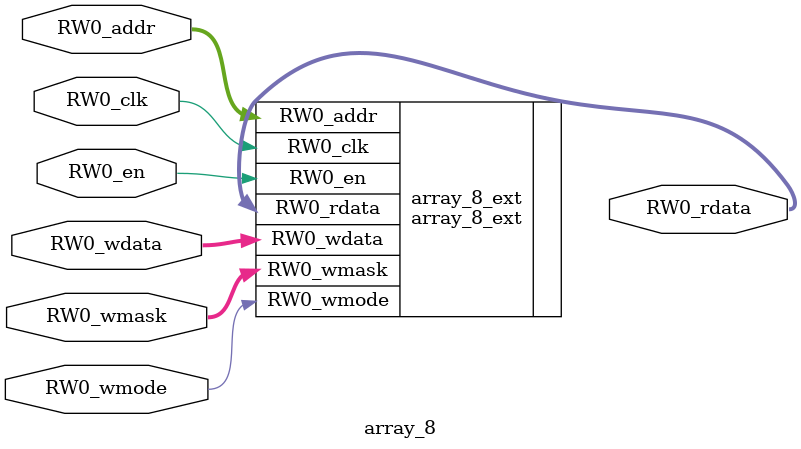
<source format=sv>
`ifndef RANDOMIZE
  `ifdef RANDOMIZE_MEM_INIT
    `define RANDOMIZE
  `endif // RANDOMIZE_MEM_INIT
`endif // not def RANDOMIZE
`ifndef RANDOMIZE
  `ifdef RANDOMIZE_REG_INIT
    `define RANDOMIZE
  `endif // RANDOMIZE_REG_INIT
`endif // not def RANDOMIZE

`ifndef RANDOM
  `define RANDOM $random
`endif // not def RANDOM

// Users can define INIT_RANDOM as general code that gets injected into the
// initializer block for modules with registers.
`ifndef INIT_RANDOM
  `define INIT_RANDOM
`endif // not def INIT_RANDOM

// If using random initialization, you can also define RANDOMIZE_DELAY to
// customize the delay used, otherwise 0.002 is used.
`ifndef RANDOMIZE_DELAY
  `define RANDOMIZE_DELAY 0.002
`endif // not def RANDOMIZE_DELAY

// Define INIT_RANDOM_PROLOG_ for use in our modules below.
`ifndef INIT_RANDOM_PROLOG_
  `ifdef RANDOMIZE
    `ifdef VERILATOR
      `define INIT_RANDOM_PROLOG_ `INIT_RANDOM
    `else  // VERILATOR
      `define INIT_RANDOM_PROLOG_ `INIT_RANDOM #`RANDOMIZE_DELAY begin end
    `endif // VERILATOR
  `else  // RANDOMIZE
    `define INIT_RANDOM_PROLOG_
  `endif // RANDOMIZE
`endif // not def INIT_RANDOM_PROLOG_

// Include register initializers in init blocks unless synthesis is set
`ifndef SYNTHESIS
  `ifndef ENABLE_INITIAL_REG_
    `define ENABLE_INITIAL_REG_
  `endif // not def ENABLE_INITIAL_REG_
`endif // not def SYNTHESIS

// Include rmemory initializers in init blocks unless synthesis is set
`ifndef SYNTHESIS
  `ifndef ENABLE_INITIAL_MEM_
    `define ENABLE_INITIAL_MEM_
  `endif // not def ENABLE_INITIAL_MEM_
`endif // not def SYNTHESIS

module array_8(	// utility/src/main/scala/utility/SRAMTemplate.scala:105:26
  input  [6:0]  RW0_addr,
  input         RW0_en,
  input         RW0_clk,
  input         RW0_wmode,
  input  [99:0] RW0_wdata,
  output [99:0] RW0_rdata,
  input  [1:0]  RW0_wmask
);

  array_8_ext array_8_ext (	// utility/src/main/scala/utility/SRAMTemplate.scala:105:26
    .RW0_addr  (RW0_addr),
    .RW0_en    (RW0_en),
    .RW0_clk   (RW0_clk),
    .RW0_wmode (RW0_wmode),
    .RW0_wdata (RW0_wdata),
    .RW0_rdata (RW0_rdata),
    .RW0_wmask (RW0_wmask)
  );
endmodule


</source>
